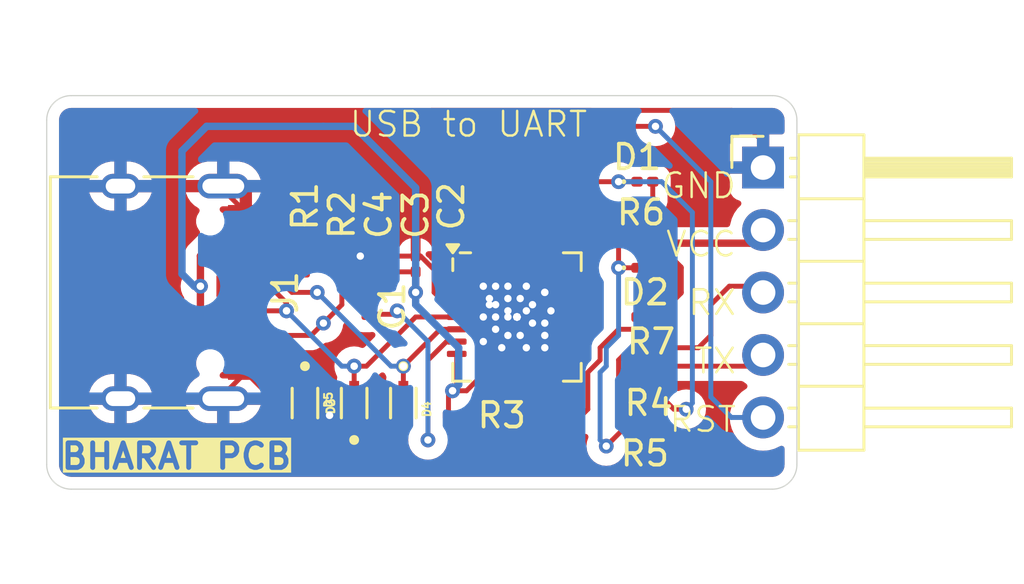
<source format=kicad_pcb>
(kicad_pcb (version 20240108) (generator "pcbnew") (generator_version "8.0")
  (layers (0 "F.Cu" signal) (31 "B.Cu" signal) (34 "B.Paste" user) (35 "F.Paste" user) (36 "B.SilkS" user "B.Silkscreen") (37 "F.SilkS" user "F.Silkscreen") (38 "B.Mask" user) (39 "F.Mask" user) (44 "Edge.Cuts" user))
  (net 0 "")
  (net 1 "Net-(U1-VDD)")
  (net 2 "GND")
  (net 3 "Net-(U1-~{DTR})")
  (net 4 "/RST")
  (net 5 "/VBUS")
  (net 6 "Net-(D1-A)")
  (net 7 "Net-(D1-K)")
  (net 8 "Net-(D2-A)")
  (net 9 "Net-(D2-K)")
  (net 10 "/D+")
  (net 11 "/D-")
  (net 13 "Net-(J1-CC2)")
  (net 14 "Net-(J1-CC1)")
  (net 16 "/RX")
  (net 17 "/TX")
  (net 18 "Net-(U1-~{RST})")
  (footprint "Capacitor_SMD:C_0201_0603Metric" (layer "F.Cu") (at 116.5 89.345 90)
    (property "Reference" "C3" (at 2 0 90) (layer "F.SilkS"))
    (property "Value" "100nF")
    (pad "1" smd roundrect (at -0.32 0 90) (size 0.46 0.4) (layers "F.Cu" "F.Mask") (net 5 "/VBUS"))
    (pad "2" smd roundrect (at 0.32 0 90) (size 0.46 0.4) (layers "F.Cu" "F.Mask") (net 2 "GND"))
  )
  (footprint "LED_SMD:LED_0201_0603Metric" (layer "F.Cu") (at 125.82 86)
    (property "Reference" "D1" (at -0.32 -1 0) (layer "F.SilkS"))
    (property "Value" "LED")
    (fp_circle (center -0.86 0) (end -0.81 0) (stroke (width 0.1)) (fill none) (layer "F.SilkS"))
    (pad "1" smd roundrect (at -0.32 0) (size 0.46 0.4) (layers "F.Cu" "F.Mask") (net 7 "Net-(D1-K)"))
    (pad "2" smd roundrect (at 0.32 0) (size 0.46 0.4) (layers "F.Cu" "F.Mask") (net 6 "Net-(D1-A)"))
  )
  (footprint "Resistor_SMD:R_0201_0603Metric" (layer "F.Cu") (at 125.82 93.5 180)
    (property "Reference" "R4" (at -0.155 -1.5 0) (layer "F.SilkS"))
    (property "Value" "1K")
    (pad "1" smd roundrect (at -0.32 0 180) (size 0.46 0.4) (layers "F.Cu" "F.Mask") (net 17 "/TX"))
    (pad "2" smd roundrect (at 0.32 0 180) (size 0.46 0.4) (layers "F.Cu" "F.Mask") (net 7 "Net-(D1-K)"))
  )
  (footprint "Package_DFN_QFN:QFN-28-1EP_5x5mm_P0.5mm_EP3.35x3.35mm" (layer "F.Cu") (at 120.62 91.5)
    (property "Reference" "U1" (hide yes))
    (property "Value" "CP2102N-Axx-xQFN28")
    (fp_line (start -2.61 -1.885) (end -2.61 -2.37) (stroke (width 0.12)) (layer "F.SilkS"))
    (fp_line (start -2.61 2.61) (end -2.61 1.885) (stroke (width 0.12)) (layer "F.SilkS"))
    (fp_line (start -1.885 -2.61) (end -2.31 -2.61) (stroke (width 0.12)) (layer "F.SilkS"))
    (fp_line (start -1.885 2.61) (end -2.61 2.61) (stroke (width 0.12)) (layer "F.SilkS"))
    (fp_line (start 1.885 -2.61) (end 2.61 -2.61) (stroke (width 0.12)) (layer "F.SilkS"))
    (fp_line (start 1.885 2.61) (end 2.61 2.61) (stroke (width 0.12)) (layer "F.SilkS"))
    (fp_line (start 2.61 -2.61) (end 2.61 -1.885) (stroke (width 0.12)) (layer "F.SilkS"))
    (fp_line (start 2.61 2.61) (end 2.61 1.885) (stroke (width 0.12)) (layer "F.SilkS"))
    (fp_poly (pts (xy -2.61 -2.61) (xy -2.85 -2.94) (xy -2.37 -2.94) (xy -2.61 -2.61)) (stroke (width 0.12)) (fill solid) (layer "F.SilkS"))
    (pad "1" smd roundrect (at -2.45 -1.5) (size 0.8 0.25) (layers "F.Cu" "F.Paste" "F.Mask"))
    (pad "2" smd roundrect (at -2.45 -1) (size 0.8 0.25) (layers "F.Cu" "F.Paste" "F.Mask"))
    (pad "3" smd roundrect (at -2.45 -0.5) (size 0.8 0.25) (layers "F.Cu" "F.Paste" "F.Mask") (net 2 "GND"))
    (pad "4" smd roundrect (at -2.45 0) (size 0.8 0.25) (layers "F.Cu" "F.Paste" "F.Mask") (net 10 "/D+"))
    (pad "5" smd roundrect (at -2.45 0.5) (size 0.8 0.25) (layers "F.Cu" "F.Paste" "F.Mask") (net 11 "/D-"))
    (pad "6" smd roundrect (at -2.45 1) (size 0.8 0.25) (layers "F.Cu" "F.Paste" "F.Mask") (net 1 "Net-(U1-VDD)"))
    (pad "7" smd roundrect (at -2.45 1.5) (size 0.8 0.25) (layers "F.Cu" "F.Paste" "F.Mask") (net 5 "/VBUS"))
    (pad "8" smd roundrect (at -1.5 2.45) (size 0.25 0.8) (layers "F.Cu" "F.Paste" "F.Mask") (net 5 "/VBUS"))
    (pad "9" smd roundrect (at -1 2.45) (size 0.25 0.8) (layers "F.Cu" "F.Paste" "F.Mask") (net 18 "Net-(U1-~{RST})"))
    (pad "10" smd roundrect (at -0.5 2.45) (size 0.25 0.8) (layers "F.Cu" "F.Paste" "F.Mask"))
    (pad "11" smd roundrect (at 0 2.45) (size 0.25 0.8) (layers "F.Cu" "F.Paste" "F.Mask"))
    (pad "12" smd roundrect (at 0.5 2.45) (size 0.25 0.8) (layers "F.Cu" "F.Paste" "F.Mask"))
    (pad "13" smd roundrect (at 1 2.45) (size 0.25 0.8) (layers "F.Cu" "F.Paste" "F.Mask"))
    (pad "14" smd roundrect (at 1.5 2.45) (size 0.25 0.8) (layers "F.Cu" "F.Paste" "F.Mask"))
    (pad "15" smd roundrect (at 2.45 1.5) (size 0.8 0.25) (layers "F.Cu" "F.Paste" "F.Mask"))
    (pad "16" smd roundrect (at 2.45 1) (size 0.8 0.25) (layers "F.Cu" "F.Paste" "F.Mask"))
    (pad "17" smd roundrect (at 2.45 0.5) (size 0.8 0.25) (layers "F.Cu" "F.Paste" "F.Mask"))
    (pad "18" smd roundrect (at 2.45 0) (size 0.8 0.25) (layers "F.Cu" "F.Paste" "F.Mask"))
    (pad "19" smd roundrect (at 2.45 -0.5) (size 0.8 0.25) (layers "F.Cu" "F.Paste" "F.Mask"))
    (pad "20" smd roundrect (at 2.45 -1) (size 0.8 0.25) (layers "F.Cu" "F.Paste" "F.Mask"))
    (pad "21" smd roundrect (at 2.45 -1.5) (size 0.8 0.25) (layers "F.Cu" "F.Paste" "F.Mask"))
    (pad "22" smd roundrect (at 1.5 -2.45) (size 0.25 0.8) (layers "F.Cu" "F.Paste" "F.Mask"))
    (pad "23" smd roundrect (at 1 -2.45) (size 0.25 0.8) (layers "F.Cu" "F.Paste" "F.Mask"))
    (pad "24" smd roundrect (at 0.5 -2.45) (size 0.25 0.8) (layers "F.Cu" "F.Paste" "F.Mask"))
    (pad "25" smd roundrect (at 0 -2.45) (size 0.25 0.8) (layers "F.Cu" "F.Paste" "F.Mask") (net 9 "Net-(D2-K)"))
    (pad "26" smd roundrect (at -0.5 -2.45) (size 0.25 0.8) (layers "F.Cu" "F.Paste" "F.Mask") (net 7 "Net-(D1-K)"))
    (pad "27" smd roundrect (at -1 -2.45) (size 0.25 0.8) (layers "F.Cu" "F.Paste" "F.Mask"))
    (pad "28" smd roundrect (at -1.5 -2.45) (size 0.25 0.8) (layers "F.Cu" "F.Paste" "F.Mask") (net 3 "Net-(U1-~{DTR})"))
    (pad "29" smd rect (at 0 0) (size 3.35 3.35) (property pad_prop_heatsink) (layers "F.Cu" "F.Mask") (net 2 "GND"))
  )
  (footprint "LED_SMD:LED_0201_0603Metric" (layer "F.Cu") (at 125.82 89.5)
    (property "Reference" "D2" (at 0 1 0) (layer "F.SilkS"))
    (property "Value" "LED")
    (fp_circle (center -0.86 0) (end -0.81 0) (stroke (width 0.1)) (fill none) (layer "F.SilkS"))
    (pad "1" smd roundrect (at -0.32 0) (size 0.46 0.4) (layers "F.Cu" "F.Mask") (net 9 "Net-(D2-K)"))
    (pad "2" smd roundrect (at 0.32 0) (size 0.46 0.4) (layers "F.Cu" "F.Mask") (net 8 "Net-(D2-A)"))
  )
  (footprint "LESD5D5.0CT1G:TVS_LESD5D5.0CT1G" (layer "F.Cu") (at 114 95 90)
    (property "Reference" "D3" (at -0.134 -0.9532 90) (layer "F.SilkS") (effects (font (size 0.32 0.32))))
    (property "Value" "LESD5D5.0CT1G")
    (fp_line (start -0.6 -0.52) (end 0.6 -0.52) (stroke (width 0.127)) (layer "F.SilkS"))
    (fp_line (start 0.6 0.52) (end -0.6 0.52) (stroke (width 0.127)) (layer "F.SilkS"))
    (fp_circle (center -1.5 0) (end -1.4 0) (stroke (width 0.2)) (fill none) (layer "F.SilkS"))
    (pad "1" smd rect (at -0.66 0 90) (size 0.48 0.4) (layers "F.Cu" "F.Paste" "F.Mask") (net 2 "GND"))
    (pad "2" smd rect (at 0.66 0 90) (size 0.48 0.4) (layers "F.Cu" "F.Paste" "F.Mask") (net 10 "/D+"))
  )
  (footprint "LESD5D5.0CT1G:TVS_LESD5D5.0CT1G" (layer "F.Cu") (at 112 95 -90)
    (property "Reference" "D5" (at -0.134 -0.9532 90) (layer "F.SilkS") (effects (font (size 0.32 0.32))))
    (property "Value" "LESD5D5.0CT1G")
    (fp_line (start 0.6 0.52) (end -0.6 0.52) (stroke (width 0.127)) (layer "F.SilkS"))
    (fp_line (start -0.6 -0.52) (end 0.6 -0.52) (stroke (width 0.127)) (layer "F.SilkS"))
    (fp_circle (center -1.5 0) (end -1.4 0) (stroke (width 0.2)) (fill none) (layer "F.SilkS"))
    (pad "1" smd rect (at -0.66 0 270) (size 0.48 0.4) (layers "F.Cu" "F.Paste" "F.Mask") (net 5 "/VBUS"))
    (pad "2" smd rect (at 0.66 0 270) (size 0.48 0.4) (layers "F.Cu" "F.Paste" "F.Mask") (net 2 "GND"))
  )
  (footprint "Resistor_SMD:R_0201_0603Metric" (layer "F.Cu") (at 125.82 91.5 180)
    (property "Reference" "R7" (at -0.25 -1 360) (layer "F.SilkS"))
    (property "Value" "1K")
    (pad "1" smd roundrect (at -0.32 0 180) (size 0.46 0.4) (layers "F.Cu" "F.Mask") (net 5 "/VBUS"))
    (pad "2" smd roundrect (at 0.32 0 180) (size 0.46 0.4) (layers "F.Cu" "F.Mask") (net 8 "Net-(D2-A)"))
  )
  (footprint "Resistor_SMD:R_0201_0603Metric" (layer "F.Cu") (at 125.82 96 180)
    (property "Reference" "R5" (at 0 -1.05 0) (layer "F.SilkS"))
    (property "Value" "1K")
    (pad "1" smd roundrect (at -0.32 0 180) (size 0.46 0.4) (layers "F.Cu" "F.Mask") (net 16 "/RX"))
    (pad "2" smd roundrect (at 0.32 0 180) (size 0.46 0.4) (layers "F.Cu" "F.Mask") (net 9 "Net-(D2-K)"))
  )
  (footprint "LESD5D5.0CT1G:TVS_LESD5D5.0CT1G" (layer "F.Cu") (at 116 95 -90)
    (property "Reference" "D4" (at 0.25 -0.9532 90) (layer "F.SilkS") (effects (font (size 0.32 0.32))))
    (property "Value" "LESD5D5.0CT1G")
    (fp_line (start 0.6 0.52) (end -0.6 0.52) (stroke (width 0.127)) (layer "F.SilkS"))
    (fp_line (start -0.6 -0.52) (end 0.6 -0.52) (stroke (width 0.127)) (layer "F.SilkS"))
    (fp_circle (center -1.5 0) (end -1.4 0) (stroke (width 0.2)) (fill none) (layer "F.SilkS"))
    (pad "1" smd rect (at -0.66 0 270) (size 0.48 0.4) (layers "F.Cu" "F.Paste" "F.Mask") (net 11 "/D-"))
    (pad "2" smd rect (at 0.66 0 270) (size 0.48 0.4) (layers "F.Cu" "F.Paste" "F.Mask") (net 2 "GND"))
  )
  (footprint "Resistor_SMD:R_0201_0603Metric" (layer "F.Cu") (at 125.665 88.5 180)
    (property "Reference" "R6" (at 0 1.25 360) (layer "F.SilkS"))
    (property "Value" "1K")
    (pad "1" smd roundrect (at -0.32 0 180) (size 0.46 0.4) (layers "F.Cu" "F.Mask") (net 5 "/VBUS"))
    (pad "2" smd roundrect (at 0.32 0 180) (size 0.46 0.4) (layers "F.Cu" "F.Mask") (net 6 "Net-(D1-A)"))
  )
  (footprint "Capacitor_SMD:C_0201_0603Metric" (layer "F.Cu") (at 114.5 91.07 -90)
    (property "Reference" "C1" (at 0 -1.05 90) (layer "F.SilkS"))
    (property "Value" "100nF")
    (pad "1" smd roundrect (at -0.32 0 270) (size 0.46 0.4) (layers "F.Cu" "F.Mask") (net 2 "GND"))
    (pad "2" smd roundrect (at 0.32 0 270) (size 0.46 0.4) (layers "F.Cu" "F.Mask") (net 1 "Net-(U1-VDD)"))
  )
  (footprint "Capacitor_SMD:C_0201_0603Metric" (layer "F.Cu") (at 115 89.345 90)
    (property "Reference" "C4" (at 2 0 90) (layer "F.SilkS"))
    (property "Value" "100nF")
    (pad "1" smd roundrect (at -0.32 0 90) (size 0.46 0.4) (layers "F.Cu" "F.Mask") (net 5 "/VBUS"))
    (pad "2" smd roundrect (at 0.32 0 90) (size 0.46 0.4) (layers "F.Cu" "F.Mask") (net 2 "GND"))
  )
  (footprint "Connector_PinHeader_2.54mm:PinHeader_1x05_P2.54mm_Horizontal" (layer "F.Cu") (at 130.625 85.425)
    (property "Reference" "J2" (hide yes))
    (property "Value" "Conn_01x05_Pin")
    (fp_line (start -1.27 -1.27) (end 0 -1.27) (stroke (width 0.12)) (layer "F.SilkS"))
    (fp_line (start -1.27 0) (end -1.27 -1.27) (stroke (width 0.12)) (layer "F.SilkS"))
    (fp_line (start 1.042929 2.16) (end 1.44 2.16) (stroke (width 0.12)) (layer "F.SilkS"))
    (fp_line (start 1.042929 2.92) (end 1.44 2.92) (stroke (width 0.12)) (layer "F.SilkS"))
    (fp_line (start 1.042929 4.7) (end 1.44 4.7) (stroke (width 0.12)) (layer "F.SilkS"))
    (fp_line (start 1.042929 5.46) (end 1.44 5.46) (stroke (width 0.12)) (layer "F.SilkS"))
    (fp_line (start 1.042929 7.24) (end 1.44 7.24) (stroke (width 0.12)) (layer "F.SilkS"))
    (fp_line (start 1.042929 8) (end 1.44 8) (stroke (width 0.12)) (layer "F.SilkS"))
    (fp_line (start 1.042929 9.78) (end 1.44 9.78) (stroke (width 0.12)) (layer "F.SilkS"))
    (fp_line (start 1.042929 10.54) (end 1.44 10.54) (stroke (width 0.12)) (layer "F.SilkS"))
    (fp_line (start 1.11 -0.38) (end 1.44 -0.38) (stroke (width 0.12)) (layer "F.SilkS"))
    (fp_line (start 1.11 0.38) (end 1.44 0.38) (stroke (width 0.12)) (layer "F.SilkS"))
    (fp_line (start 1.44 -1.33) (end 1.44 11.49) (stroke (width 0.12)) (layer "F.SilkS"))
    (fp_line (start 1.44 1.27) (end 4.1 1.27) (stroke (width 0.12)) (layer "F.SilkS"))
    (fp_line (start 1.44 3.81) (end 4.1 3.81) (stroke (width 0.12)) (layer "F.SilkS"))
    (fp_line (start 1.44 6.35) (end 4.1 6.35) (stroke (width 0.12)) (layer "F.SilkS"))
    (fp_line (start 1.44 8.89) (end 4.1 8.89) (stroke (width 0.12)) (layer "F.SilkS"))
    (fp_line (start 1.44 11.49) (end 4.1 11.49) (stroke (width 0.12)) (layer "F.SilkS"))
    (fp_line (start 4.1 -1.33) (end 1.44 -1.33) (stroke (width 0.12)) (layer "F.SilkS"))
    (fp_line (start 4.1 -0.38) (end 10.1 -0.38) (stroke (width 0.12)) (layer "F.SilkS"))
    (fp_line (start 4.1 -0.32) (end 10.1 -0.32) (stroke (width 0.12)) (layer "F.SilkS"))
    (fp_line (start 4.1 -0.2) (end 10.1 -0.2) (stroke (width 0.12)) (layer "F.SilkS"))
    (fp_line (start 4.1 -0.08) (end 10.1 -0.08) (stroke (width 0.12)) (layer "F.SilkS"))
    (fp_line (start 4.1 0.04) (end 10.1 0.04) (stroke (width 0.12)) (layer "F.SilkS"))
    (fp_line (start 4.1 0.16) (end 10.1 0.16) (stroke (width 0.12)) (layer "F.SilkS"))
    (fp_line (start 4.1 0.28) (end 10.1 0.28) (stroke (width 0.12)) (layer "F.SilkS"))
    (fp_line (start 4.1 2.16) (end 10.1 2.16) (stroke (width 0.12)) (layer "F.SilkS"))
    (fp_line (start 4.1 4.7) (end 10.1 4.7) (stroke (width 0.12)) (layer "F.SilkS"))
    (fp_line (start 4.1 7.24) (end 10.1 7.24) (stroke (width 0.12)) (layer "F.SilkS"))
    (fp_line (start 4.1 9.78) (end 10.1 9.78) (stroke (width 0.12)) (layer "F.SilkS"))
    (fp_line (start 4.1 11.49) (end 4.1 -1.33) (stroke (width 0.12)) (layer "F.SilkS"))
    (fp_line (start 10.1 -0.38) (end 10.1 0.38) (stroke (width 0.12)) (layer "F.SilkS"))
    (fp_line (start 10.1 0.38) (end 4.1 0.38) (stroke (width 0.12)) (layer "F.SilkS"))
    (fp_line (start 10.1 2.16) (end 10.1 2.92) (stroke (width 0.12)) (layer "F.SilkS"))
    (fp_line (start 10.1 2.92) (end 4.1 2.92) (stroke (width 0.12)) (layer "F.SilkS"))
    (fp_line (start 10.1 4.7) (end 10.1 5.46) (stroke (width 0.12)) (layer "F.SilkS"))
    (fp_line (start 10.1 5.46) (end 4.1 5.46) (stroke (width 0.12)) (layer "F.SilkS"))
    (fp_line (start 10.1 7.24) (end 10.1 8) (stroke (width 0.12)) (layer "F.SilkS"))
    (fp_line (start 10.1 8) (end 4.1 8) (stroke (width 0.12)) (layer "F.SilkS"))
    (fp_line (start 10.1 9.78) (end 10.1 10.54) (stroke (width 0.12)) (layer "F.SilkS"))
    (fp_line (start 10.1 10.54) (end 4.1 10.54) (stroke (width 0.12)) (layer "F.SilkS"))
    (pad "1" thru_hole rect (at 0 0) (size 1.7 1.7) (drill 1) (layers "*.Cu" "*.Mask") (net 2 "GND"))
    (pad "2" thru_hole oval (at 0 2.54) (size 1.7 1.7) (drill 1) (layers "*.Cu" "*.Mask") (net 5 "/VBUS"))
    (pad "3" thru_hole oval (at 0 5.08) (size 1.7 1.7) (drill 1) (layers "*.Cu" "*.Mask") (net 16 "/RX"))
    (pad "4" thru_hole oval (at 0 7.62) (size 1.7 1.7) (drill 1) (layers "*.Cu" "*.Mask") (net 17 "/TX"))
    (pad "5" thru_hole oval (at 0 10.16) (size 1.7 1.7) (drill 1) (layers "*.Cu" "*.Mask") (net 4 "/RST"))
  )
  (footprint "Connector_USB:USB_C_Receptacle_HRO_TYPE-C-31-M-12" (layer "F.Cu") (at 105.55 90.5 -90)
    (property "Reference" "J1" (at 0 -5.645 90) (layer "F.SilkS"))
    (property "Value" "USB_C_Receptacle_USB2.0_16P")
    (fp_line (start -4.7 3.9) (end 4.7 3.9) (stroke (width 0.12)) (layer "F.SilkS"))
    (fp_line (start -4.7 2) (end -4.7 3.9) (stroke (width 0.12)) (layer "F.SilkS"))
    (fp_line (start 4.7 2) (end 4.7 3.9) (stroke (width 0.12)) (layer "F.SilkS"))
    (fp_line (start -4.7 -1.9) (end -4.7 0.1) (stroke (width 0.12)) (layer "F.SilkS"))
    (fp_line (start 4.7 -1.9) (end 4.7 0.1) (stroke (width 0.12)) (layer "F.SilkS"))
    (pad "" np_thru_hole circle (at -2.89 -2.6 270) (size 0.65 0.65) (drill 0.65) (layers "*.Cu" "*.Mask"))
    (pad "" np_thru_hole circle (at 2.89 -2.6 270) (size 0.65 0.65) (drill 0.65) (layers "*.Cu" "*.Mask"))
    (pad "A1" smd rect (at -3.25 -4.045 270) (size 0.6 1.45) (layers "F.Cu" "F.Paste" "F.Mask") (net 2 "GND"))
    (pad "A4" smd rect (at -2.45 -4.045 270) (size 0.6 1.45) (layers "F.Cu" "F.Paste" "F.Mask") (net 5 "/VBUS"))
    (pad "A5" smd rect (at -1.25 -4.045 270) (size 0.3 1.45) (layers "F.Cu" "F.Paste" "F.Mask") (net 14 "Net-(J1-CC1)"))
    (pad "A6" smd rect (at -0.25 -4.045 270) (size 0.3 1.45) (layers "F.Cu" "F.Paste" "F.Mask") (net 10 "/D+"))
    (pad "A7" smd rect (at 0.25 -4.045 270) (size 0.3 1.45) (layers "F.Cu" "F.Paste" "F.Mask") (net 11 "/D-"))
    (pad "A8" smd rect (at 1.25 -4.045 270) (size 0.3 1.45) (layers "F.Cu" "F.Paste" "F.Mask"))
    (pad "A9" smd rect (at 2.45 -4.045 270) (size 0.6 1.45) (layers "F.Cu" "F.Paste" "F.Mask") (net 5 "/VBUS"))
    (pad "A12" smd rect (at 3.25 -4.045 270) (size 0.6 1.45) (layers "F.Cu" "F.Paste" "F.Mask") (net 2 "GND"))
    (pad "B1" smd rect (at 3.25 -4.045 270) (size 0.6 1.45) (layers "F.Cu" "F.Paste" "F.Mask") (net 2 "GND"))
    (pad "B4" smd rect (at 2.45 -4.045 270) (size 0.6 1.45) (layers "F.Cu" "F.Paste" "F.Mask") (net 5 "/VBUS"))
    (pad "B5" smd rect (at 1.75 -4.045 270) (size 0.3 1.45) (layers "F.Cu" "F.Paste" "F.Mask") (net 13 "Net-(J1-CC2)"))
    (pad "B6" smd rect (at 0.75 -4.045 270) (size 0.3 1.45) (layers "F.Cu" "F.Paste" "F.Mask") (net 10 "/D+"))
    (pad "B7" smd rect (at -0.75 -4.045 270) (size 0.3 1.45) (layers "F.Cu" "F.Paste" "F.Mask") (net 11 "/D-"))
    (pad "B8" smd rect (at -1.75 -4.045 270) (size 0.3 1.45) (layers "F.Cu" "F.Paste" "F.Mask"))
    (pad "B9" smd rect (at -2.45 -4.045 270) (size 0.6 1.45) (layers "F.Cu" "F.Paste" "F.Mask") (net 5 "/VBUS"))
    (pad "B12" smd rect (at -3.25 -4.045 270) (size 0.6 1.45) (layers "F.Cu" "F.Paste" "F.Mask") (net 2 "GND"))
    (pad "S1" thru_hole oval (at -4.32 -3.13 270) (size 1 2.1) (drill oval 0.6 1.7) (layers "*.Cu" "*.Mask") (net 2 "GND"))
    (pad "S1" thru_hole oval (at -4.32 1.05 270) (size 1 1.6) (drill oval 0.6 1.2) (layers "*.Cu" "*.Mask") (net 2 "GND"))
    (pad "S1" thru_hole oval (at 4.32 -3.13 270) (size 1 2.1) (drill oval 0.6 1.7) (layers "*.Cu" "*.Mask") (net 2 "GND"))
    (pad "S1" thru_hole oval (at 4.32 1.05 270) (size 1 1.6) (drill oval 0.6 1.2) (layers "*.Cu" "*.Mask") (net 2 "GND"))
  )
  (footprint "Resistor_SMD:R_0201_0603Metric" (layer "F.Cu") (at 118.155 95.5)
    (property "Reference" "R3" (at 1.845 0 0) (layer "F.SilkS"))
    (property "Value" "10K")
    (pad "1" smd roundrect (at -0.32 0) (size 0.46 0.4) (layers "F.Cu" "F.Mask") (net 5 "/VBUS"))
    (pad "2" smd roundrect (at 0.32 0) (size 0.46 0.4) (layers "F.Cu" "F.Mask") (net 18 "Net-(U1-~{RST})"))
  )
  (footprint "Resistor_SMD:R_0201_0603Metric" (layer "F.Cu") (at 113.5 89.345 90)
    (property "Reference" "R2" (at 2 0 90) (layer "F.SilkS"))
    (property "Value" "5.1K")
    (pad "1" smd roundrect (at -0.32 0 90) (size 0.46 0.4) (layers "F.Cu" "F.Mask") (net 13 "Net-(J1-CC2)"))
    (pad "2" smd roundrect (at 0.32 0 90) (size 0.46 0.4) (layers "F.Cu" "F.Mask") (net 2 "GND"))
  )
  (footprint "Resistor_SMD:R_0201_0603Metric" (layer "F.Cu") (at 112 89.345 90)
    (property "Reference" "R1" (at 2.345 0 90) (layer "F.SilkS"))
    (property "Value" "5.1K")
    (pad "1" smd roundrect (at -0.32 0 90) (size 0.46 0.4) (layers "F.Cu" "F.Mask") (net 14 "Net-(J1-CC1)"))
    (pad "2" smd roundrect (at 0.32 0 90) (size 0.46 0.4) (layers "F.Cu" "F.Mask") (net 2 "GND"))
  )
  (footprint "Capacitor_SMD:C_0201_0603Metric" (layer "F.Cu") (at 119 87 90)
    (property "Reference" "C2" (at 0 -1.05 90) (layer "F.SilkS"))
    (property "Value" "100nF")
    (pad "1" smd roundrect (at -0.32 0 90) (size 0.46 0.4) (layers "F.Cu" "F.Mask") (net 3 "Net-(U1-~{DTR})"))
    (pad "2" smd roundrect (at 0.32 0 90) (size 0.46 0.4) (layers "F.Cu" "F.Mask") (net 4 "/RST"))
  )
  (gr_line (start 102.5 98.5) (end 131 98.5) (stroke (width 0.05)) (layer "Edge.Cuts"))
  (gr_line (start 101.5 83.5) (end 101.5 97.5) (stroke (width 0.05)) (layer "Edge.Cuts"))
  (gr_arc (start 101.5 83.5) (mid 101.792893 82.792893) (end 102.5 82.5) (stroke (width 0.05)) (layer "Edge.Cuts"))
  (gr_arc (start 132 97.5) (mid 131.707107 98.207107) (end 131 98.5) (stroke (width 0.05)) (layer "Edge.Cuts"))
  (gr_line (start 132 97.5) (end 132 83.5) (stroke (width 0.05)) (layer "Edge.Cuts"))
  (gr_arc (start 102.5 98.5) (mid 101.792893 98.207107) (end 101.5 97.5) (stroke (width 0.05)) (layer "Edge.Cuts"))
  (gr_arc (start 131 82.5) (mid 131.707107 82.792893) (end 132 83.5) (stroke (width 0.05)) (layer "Edge.Cuts"))
  (gr_line (start 102.5 82.5) (end 131 82.5) (stroke (width 0.05)) (layer "Edge.Cuts"))
  (gr_text "GND" (at 126.416667 86.75 0) (layer "F.SilkS") (effects (font (size 1 1) (thickness 0.1)) (justify left bottom)))
  (gr_text "RST" (at 126.75 96.25 0) (layer "F.SilkS") (effects (font (size 1 1) (thickness 0.1)) (justify left bottom)))
  (gr_text "VCC" (at 126.607143 89.125 0) (layer "F.SilkS") (effects (font (size 1 1) (thickness 0.1)) (justify left bottom)))
  (gr_text "BHARAT PCB" (at 102 97.75 0) (layer "F.SilkS" knockout) (effects (font (size 1 1) (thickness 0.2) (bold yes)) (justify left bottom)))
  (gr_text "TX" (at 127.75 93.875 0) (layer "F.SilkS") (effects (font (size 1 1) (thickness 0.1)) (justify left bottom)))
  (gr_text "USB to UART " (at 113.75 84.25 0) (layer "F.SilkS") (effects (font (size 1 1) (thickness 0.1)) (justify left bottom)))
  (gr_text "RX" (at 127.511905 91.5 0) (layer "F.SilkS") (effects (font (size 1 1) (thickness 0.1)) (justify left bottom)))
  (segment (start 115.61 91.39) (end 115.75 91.25) (width 0.2) (layer "F.Cu") (net 1))
  (segment (start 117.755614 92.5) (end 117 93.255614) (width 0.2) (layer "F.Cu") (net 1))
  (segment (start 118.17 92.5) (end 117.755614 92.5) (width 0.2) (layer "F.Cu") (net 1))
  (segment (start 114.5 91.39) (end 115.61 91.39) (width 0.2) (layer "F.Cu") (net 1))
  (segment (start 117 93.255614) (end 117 96.5) (width 0.2) (layer "F.Cu") (net 1))
  (via (at 115.75 91.25) (size 0.6) (drill 0.3) (layers "F.Cu" "B.Cu") (net 1))
  (via (at 117 96.5) (size 0.6) (drill 0.3) (layers "F.Cu" "B.Cu") (net 1))
  (segment (start 115.75 91.25) (end 117 92.5) (width 0.2) (layer "B.Cu") (net 1))
  (segment (start 117 92.5) (end 117 96.5) (width 0.2) (layer "B.Cu") (net 1))
  (segment (start 109.595 87.25) (end 110.5 87.25) (width 0.2) (layer "F.Cu") (net 2))
  (segment (start 116.25 86.5) (end 116.5 86.75) (width 0.2) (layer "F.Cu") (net 2))
  (segment (start 112.16 95.5) (end 112 95.66) (width 0.2) (layer "F.Cu") (net 2))
  (segment (start 108.68 86.18) (end 108.68 86.335) (width 0.2) (layer "F.Cu") (net 2))
  (segment (start 119.5 90.75) (end 119.75 91) (width 0.2) (layer "F.Cu") (net 2))
  (segment (start 117.25 90.5) (end 117.75 91) (width 0.2) (layer "F.Cu") (net 2))
  (segment (start 114 95.66) (end 116 95.66) (width 0.2) (layer "F.Cu") (net 2))
  (segment (start 108.68 94.82) (end 104.5 94.82) (width 0.2) (layer "F.Cu") (net 2))
  (segment (start 118.17 91) (end 119.5 91) (width 0.2) (layer "F.Cu") (net 2))
  (segment (start 108.68 86.18) (end 104.5 86.18) (width 0.2) (layer "F.Cu") (net 2))
  (segment (start 109.595 93.75) (end 111.505 95.66) (width 0.2) (layer "F.Cu") (net 2))
  (segment (start 114 95.66) (end 113.16 95.66) (width 0.2) (layer "F.Cu") (net 2))
  (segment (start 117.15 83.1) (end 116.25 84) (width 0.2) (layer "F.Cu") (net 2))
  (segment (start 113 95.5) (end 112.16 95.5) (width 0.2) (layer "F.Cu") (net 2))
  (segment (start 114.25 90.5) (end 114.5 90.75) (width 0.2) (layer "F.Cu") (net 2))
  (segment (start 114.25 89.025) (end 115 89.025) (width 0.2) (layer "F.Cu") (net 2))
  (segment (start 116.25 84) (end 116.25 86.5) (width 0.2) (layer "F.Cu") (net 2))
  (segment (start 112 89.025) (end 113.5 89.025) (width 0.2) (layer "F.Cu") (net 2))
  (segment (start 115 89.025) (end 116.5 89.025) (width 0.2) (layer "F.Cu") (net 2))
  (segment (start 108.68 86.335) (end 109.595 87.25) (width 0.2) (layer "F.Cu") (net 2))
  (segment (start 117.75 91) (end 118.17 91) (width 0.2) (layer "F.Cu") (net 2))
  (segment (start 130.625 85.425) (end 130.625 84.375) (width 0.2) (layer "F.Cu") (net 2))
  (segment (start 116.5 89.025) (end 116.699999 89.025) (width 0.2) (layer "F.Cu") (net 2))
  (segment (start 111.505 95.66) (end 112 95.66) (width 0.2) (layer "F.Cu") (net 2))
  (segment (start 112 88.75) (end 112 89.025) (width 0.2) (layer "F.Cu") (net 2))
  (segment (start 110.5 87.25) (end 112 88.75) (width 0.2) (layer "F.Cu") (net 2))
  (segment (start 119.5 91) (end 119.5 90.75) (width 0.2) (layer "F.Cu") (net 2))
  (segment (start 113.5 89.025) (end 114.25 89.025) (width 0.2) (layer "F.Cu") (net 2))
  (segment (start 108.68 94.82) (end 108.68 94.665) (width 0.2) (layer "F.Cu") (net 2))
  (segment (start 113.16 95.66) (end 113 95.5) (width 0.2) (layer "F.Cu") (net 2))
  (segment (start 129.35 83.1) (end 117.15 83.1) (width 0.2) (layer "F.Cu") (net 2))
  (segment (start 108.68 94.665) (end 109.595 93.75) (width 0.2) (layer "F.Cu") (net 2))
  (segment (start 116.699999 89.025) (end 117.25 89.575001) (width 0.2) (layer "F.Cu") (net 2))
  (segment (start 116.5 86.75) (end 116.5 89.025) (width 0.2) (layer "F.Cu") (net 2))
  (segment (start 117.25 89.575001) (end 117.25 90.5) (width 0.2) (layer "F.Cu") (net 2))
  (segment (start 114.25 89.025) (end 114.25 90.5) (width 0.2) (layer "F.Cu") (net 2))
  (segment (start 130.625 84.375) (end 129.35 83.1) (width 0.2) (layer "F.Cu") (net 2))
  (via (at 120.62 91.5) (size 0.6) (drill 0.3) (layers "F.Cu" "B.Cu") (net 2))
  (via (at 119.75 91.5) (size 0.6) (drill 0.3) (layers "F.Cu" "B.Cu") (net 2))
  (via (at 121.75 90.5) (size 0.6) (drill 0.3) (layers "F.Cu" "B.Cu") (net 2))
  (via (at 120.25 91.25) (size 0.6) (drill 0.3) (layers "F.Cu" "B.Cu") (net 2))
  (via (at 120.62 91.5) (size 0.6) (drill 0.3) (layers "F.Cu" "B.Cu") (net 2))
  (via (at 120.62 91.5) (size 0.6) (drill 0.3) (layers "F.Cu" "B.Cu") (net 2))
  (via (at 121.75 90.5) (size 0.6) (drill 0.3) (layers "F.Cu" "B.Cu") (net 2))
  (via (at 122 91.25) (size 0.6) (drill 0.3) (layers "F.Cu" "B.Cu") (net 2))
  (via (at 120.62 91.5) (size 0.6) (drill 0.3) (layers "F.Cu" "B.Cu") (net 2))
  (via (at 120.62 91.5) (size 0.6) (drill 0.3) (layers "F.Cu" "B.Cu") (net 2))
  (via (at 120.62 91.5) (size 0.6) (drill 0.3) (layers "F.Cu" "B.Cu") (net 2))
  (via (at 121.75 91.75) (size 0.6) (drill 0.3) (layers "F.Cu" "B.Cu") (net 2))
  (via (at 114.25 89.025) (size 0.6) (drill 0.3) (layers "F.Cu" "B.Cu") (net 2))
  (via (at 120.62 91.5) (size 0.6) (drill 0.3) (layers "F.Cu" "B.Cu") (net 2))
  (via (at 121.75 92.75) (size 0.6) (drill 0.3) (layers "F.Cu" "B.Cu") (net 2))
  (via (at 119.75 91) (size 0.6) (drill 0.3) (layers "F.Cu" "B.Cu") (net 2))
  (via (at 120.62 91.5) (size 0.6) (drill 0.3) (layers "F.Cu" "B.Cu") (net 2))
  (via (at 120.25 91.5) (size 0.6) (drill 0.3) (layers "F.Cu" "B.Cu") (net 2))
  (via (at 121 91.25) (size 0.6) (drill 0.3) (layers "F.Cu" "B.Cu") (net 2))
  (via (at 120.62 91.5) (size 0.6) (drill 0.3) (layers "F.Cu" "B.Cu") (net 2))
  (via (at 120.62 91.5) (size 0.6) (drill 0.3) (layers "F.Cu" "B.Cu") (net 2))
  (via (at 120.62 91.5) (size 0.6) (drill 0.3) (layers "F.Cu" "B.Cu") (net 2))
  (via (at 120.62 91.5) (size 0.6) (drill 0.3) (layers "F.Cu" "B.Cu") (net 2))
  (via (at 119.5 90.75) (size 0.6) (drill 0.3) (layers "F.Cu" "B.Cu") (net 2))
  (via (at 120.62 91.5) (size 0.6) (drill 0.3) (layers "F.Cu" "B.Cu") (net 2))
  (via (at 120.25 90.25) (size 0.6) (drill 0.3) (layers "F.Cu" "B.Cu") (net 2))
  (via (at 121 90.25) (size 0.6) (drill 0.3) (layers "F.Cu" "B.Cu") (net 2))
  (via (at 119.25 90.25) (size 0.6) (drill 0.3) (layers "F.Cu" "B.Cu") (net 2))
  (via (at 120.62 91.5) (size 0.6) (drill 0.3) (layers "F.Cu" "B.Cu") (net 2))
  (via (at 120.62 91.5) (size 0.6) (drill 0.3) (layers "F.Cu" "B.Cu") (net 2))
  (via (at 120.62 91.5) (size 0.6) (drill 0.3) (layers "F.Cu" "B.Cu") (net 2))
  (via (at 120.25 92.25) (size 0.6) (drill 0.3) (layers "F.Cu" "B.Cu") (net 2))
  (via (at 120.62 91.5) (size 0.6) (drill 0.3) (layers "F.Cu" "B.Cu") (net 2))
  (via (at 120.62 91.5) (size 0.6) (drill 0.3) (layers "F.Cu" "B.Cu") (net 2))
  (via (at 120.62 91.5) (size 0.6) (drill 0.3) (layers "F.Cu" "B.Cu") (net 2))
  (via (at 119.75 90.25) (size 0.6) (drill 0.3) (layers "F.Cu" "B.Cu") (net 2))
  (via (at 120.75 90.75) (size 0.6) (drill 0.3) (layers "F.Cu" "B.Cu") (net 2))
  (via (at 120.62 91.5) (size 0.6) (drill 0.3) (layers "F.Cu" "B.Cu") (net 2))
  (via (at 120.62 91.5) (size 0.6) (drill 0.3) (layers "F.Cu" "B.Cu") (net 2))
  (via (at 120.62 91.5) (size 0.6) (drill 0.3) (layers "F.Cu" "B.Cu") (net 2))
  (via (at 120.75 92.25) (size 0.6) (drill 0.3) (layers "F.Cu" "B.Cu") (net 2))
  (via (at 119.25 92.5) (size 0.6) (drill 0.3) (layers "F.Cu" "B.Cu") (net 2))
  (via (at 121.75 92.25) (size 0.6) (drill 0.3) (layers "F.Cu" "B.Cu") (net 2))
  (via (at 120.62 91.5) (size 0.6) (drill 0.3) (layers "F.Cu" "B.Cu") (net 2))
  (via (at 121.25 91) (size 0.6) (drill 0.3) (layers "F.Cu" "B.Cu") (net 2))
  (via (at 120.62 91.5) (size 0.6) (drill 0.3) (layers "F.Cu" "B.Cu") (net 2))
  (via (at 121.25 91.75) (size 0.6) (drill 0.3) (layers "F.Cu" "B.Cu") (net 2))
  (via (at 121 92.75) (size 0.6) (drill 0.3) (layers "F.Cu" "B.Cu") (net 2))
  (via (at 120.62 91.5) (size 0.6) (drill 0.3) (layers "F.Cu" "B.Cu") (net 2))
  (via (at 119.5 91) (size 0.6) (drill 0.3) (layers "F.Cu" "B.Cu") (net 2))
  (via (at 120.62 91.5) (size 0.6) (drill 0.3) (layers "F.Cu" "B.Cu") (net 2))
  (via (at 120.62 91.5) (size 0.6) (drill 0.3) (layers "F.Cu" "B.Cu") (net 2))
  (via (at 120.62 91.5) (size 0.6) (drill 0.3) (layers "F.Cu" "B.Cu") (net 2))
  (via (at 119.25 91.5) (size 0.6) (drill 0.3) (layers "F.Cu" "B.Cu") (net 2))
  (via (at 119.75 92) (size 0.6) (drill 0.3) (layers "F.Cu" "B.Cu") (net 2))
  (via (at 120.62 91.5) (size 0.6) (drill 0.3) (layers "F.Cu" "B.Cu") (net 2))
  (via (at 120.62 91.5) (size 0.6) (drill 0.3) (layers "F.Cu" "B.Cu") (net 2))
  (via (at 120.62 91.5) (size 0.6) (drill 0.3) (layers "F.Cu" "B.Cu") (net 2))
  (via (at 120.62 91.5) (size 0.6) (drill 0.3) (layers "F.Cu" "B.Cu") (net 2))
  (via (at 120.62 91.5) (size 0.6) (drill 0.3) (layers "F.Cu" "B.Cu") (net 2))
  (via (at 120.62 91.5) (size 0.6) (drill 0.3) (layers "F.Cu" "B.Cu") (net 2))
  (via (at 120.62 91.5) (size 0.6) (drill 0.3) (layers "F.Cu" "B.Cu") (net 2))
  (via (at 120.25 90.75) (size 0.6) (drill 0.3) (layers "F.Cu" "B.Cu") (net 2))
  (via (at 120.62 91.5) (size 0.6) (drill 0.3) (layers "F.Cu" "B.Cu") (net 2))
  (via (at 120.62 91.5) (size 0.6) (drill 0.3) (layers "F.Cu" "B.Cu") (net 2))
  (via (at 120.62 91.5) (size 0.6) (drill 0.3) (layers "F.Cu" "B.Cu") (net 2))
  (via (at 120.62 91.5) (size 0.6) (drill 0.3) (layers "F.Cu" "B.Cu") (net 2))
  (via (at 120.62 91.5) (size 0.6) (drill 0.3) (layers "F.Cu" "B.Cu") (net 2))
  (via (at 120 92.75) (size 0.6) (drill 0.3) (layers "F.Cu" "B.Cu") (net 2))
  (via (at 120.62 91.5) (size 0.6) (drill 0.3) (layers "F.Cu" "B.Cu") (net 2))
  (via (at 120.62 91.5) (size 0.6) (drill 0.3) (layers "F.Cu" "B.Cu") (net 2))
  (via (at 113 95.5) (size 0.6) (drill 0.3) (layers "F.Cu" "B.Cu") (net 2))
  (segment (start 112.5 95) (end 113 95.5) (width 0.2) (layer "B.Cu") (net 2))
  (segment (start 110.25 89.25) (end 110.25 94) (width 0.2) (layer "B.Cu") (net 2))
  (segment (start 110.475 89.025) (end 110.25 89.25) (width 0.2) (layer "B.Cu") (net 2))
  (segment (start 110.25 94) (end 111.25 95) (width 0.2) (layer "B.Cu") (net 2))
  (segment (start 114.25 89.025) (end 110.475 89.025) (width 0.2) (layer "B.Cu") (net 2))
  (segment (start 111.25 95) (end 112.5 95) (width 0.2) (layer "B.Cu") (net 2))
  (segment (start 119 87.32) (end 119 88.93) (width 0.2) (layer "F.Cu") (net 3))
  (segment (start 119 88.93) (end 119.12 89.05) (width 0.2) (layer "F.Cu") (net 3))
  (segment (start 119 86.68) (end 121.07 86.68) (width 0.2) (layer "F.Cu") (net 4))
  (segment (start 124 83.75) (end 126.25 83.75) (width 0.2) (layer "F.Cu") (net 4))
  (segment (start 121.07 86.68) (end 123.25 84.5) (width 0.2) (layer "F.Cu") (net 4))
  (segment (start 126.25 83.75) (end 126 83.75) (width 0.2) (layer "F.Cu") (net 4))
  (segment (start 123.25 84.5) (end 124 83.75) (width 0.2) (layer "F.Cu") (net 4))
  (via (at 126.25 83.75) (size 0.6) (drill 0.3) (layers "F.Cu" "B.Cu") (net 4))
  (segment (start 128.5 86) (end 128.5 94.75) (width 0.2) (layer "B.Cu") (net 4))
  (segment (start 126.25 83.75) (end 128.5 86) (width 0.2) (layer "B.Cu") (net 4))
  (segment (start 129.335 95.585) (end 130.625 95.585) (width 0.2) (layer "B.Cu") (net 4))
  (segment (start 128.5 94.75) (end 129.335 95.585) (width 0.2) (layer "B.Cu") (net 4))
  (segment (start 118.17 94.33) (end 118 94.5) (width 0.2) (layer "F.Cu") (net 5))
  (segment (start 124 92.75) (end 124.75 92) (width 0.2) (layer "F.Cu") (net 5))
  (segment (start 118.17 93) (end 118.17 94.33) (width 0.2) (layer "F.Cu") (net 5))
  (segment (start 116.5 90.5) (end 116.5 89.665) (width 0.3) (layer "F.Cu") (net 5))
  (segment (start 127.25 89.5) (end 127.25 90.5) (width 0.3) (layer "F.Cu") (net 5))
  (segment (start 119.12 93.95) (end 118.57 94.5) (width 0.2) (layer "F.Cu") (net 5))
  (segment (start 125.985 88.5) (end 130.09 88.5) (width 0.3) (layer "F.Cu") (net 5))
  (segment (start 110.61 92.95) (end 112 94.34) (width 0.3) (layer "F.Cu") (net 5))
  (segment (start 123.5 95.25) (end 123.5 93.75) (width 0.2) (layer "F.Cu") (net 5))
  (segment (start 109.595 92.95) (end 110.61 92.95) (width 0.3) (layer "F.Cu") (net 5))
  (segment (start 125.985 88.5) (end 126.25 88.5) (width 0.3) (layer "F.Cu") (net 5))
  (segment (start 126.14 91.699999) (end 126.14 91.5) (width 0.2) (layer "F.Cu") (net 5))
  (segment (start 117.835 95.699999) (end 118.135001 96) (width 0.2) (layer "F.Cu") (net 5))
  (segment (start 124 93.25) (end 124 92.75) (width 0.2) (layer "F.Cu") (net 5))
  (segment (start 109.595 92.95) (end 109.395 92.75) (width 0.3) (layer "F.Cu") (net 5))
  (segment (start 117.835 95.5) (end 117.835 94.665) (width 0.2) (layer "F.Cu") (net 5))
  (segment (start 107.75 90.25) (end 107.75 89.02) (width 0.3) (layer "F.Cu") (net 5))
  (segment (start 127.25 90.5) (end 126.25 91.5) (width 0.3) (layer "F.Cu") (net 5))
  (segment (start 126.25 91.5) (end 126.14 91.5) (width 0.3) (layer "F.Cu") (net 5))
  (segment (start 130.09 88.5) (end 130.625 87.965) (width 0.3) (layer "F.Cu") (net 5))
  (segment (start 108.52 92.75) (end 107.75 91.98) (width 0.3) (layer "F.Cu") (net 5))
  (segment (start 117.835 94.665) (end 118 94.5) (width 0.2) (layer "F.Cu") (net 5))
  (segment (start 108.52 88.25) (end 109.395 88.25) (width 0.3) (layer "F.Cu") (net 5))
  (segment (start 122.75 96) (end 123.5 95.25) (width 0.2) (layer "F.Cu") (net 5))
  (segment (start 107.75 89.02) (end 108.52 88.25) (width 0.3) (layer "F.Cu") (net 5))
  (segment (start 118.57 94.5) (end 118 94.5) (width 0.2) (layer "F.Cu") (net 5))
  (segment (start 126.25 88.5) (end 127.25 89.5) (width 0.3) (layer "F.Cu") (net 5))
  (segment (start 117.835 95.5) (end 117.835 95.699999) (width 0.2) (layer "F.Cu") (net 5))
  (segment (start 107.75 91.98) (end 107.75 90.25) (width 0.3) (layer "F.Cu") (net 5))
  (segment (start 118.135001 96) (end 122.75 96) (width 0.2) (layer "F.Cu") (net 5))
  (segment (start 123.5 93.75) (end 124 93.25) (width 0.2) (layer "F.Cu") (net 5))
  (segment (start 109.395 88.25) (end 109.595 88.05) (width 0.3) (layer "F.Cu") (net 5))
  (segment (start 115 89.665) (end 116.5 89.665) (width 0.2) (layer "F.Cu") (net 5))
  (segment (start 124.75 92) (end 125.839999 92) (width 0.2) (layer "F.Cu") (net 5))
  (segment (start 125.839999 92) (end 126.14 91.699999) (width 0.2) (layer "F.Cu") (net 5))
  (segment (start 109.395 92.75) (end 108.52 92.75) (width 0.3) (layer "F.Cu") (net 5))
  (via (at 118 94.5) (size 0.6) (drill 0.3) (layers "F.Cu" "B.Cu") (net 5))
  (via (at 118 94.5) (size 0.6) (drill 0.3) (layers "F.Cu" "B.Cu") (net 5))
  (via (at 107.75 90.25) (size 0.6) (drill 0.3) (layers "F.Cu" "B.Cu") (net 5))
  (via (at 116.5 90.5) (size 0.6) (drill 0.3) (layers "F.Cu" "B.Cu") (net 5))
  (via (at 107.75 90.25) (size 0.6) (drill 0.3) (layers "F.Cu" "B.Cu") (net 5))
  (segment (start 118.25 92.75) (end 118.25 94.25) (width 0.3) (layer "B.Cu") (net 5))
  (segment (start 114 83.75) (end 114.5 84.25) (width 0.3) (layer "B.Cu") (net 5))
  (segment (start 116.5 90.5) (end 116.5 91) (width 0.3) (layer "B.Cu") (net 5))
  (segment (start 107 89.75) (end 107 85) (width 0.3) (layer "B.Cu") (net 5))
  (segment (start 114.5 84.25) (end 116.5 86.25) (width 0.3) (layer "B.Cu") (net 5))
  (segment (start 107.5 90.25) (end 107 89.75) (width 0.3) (layer "B.Cu") (net 5))
  (segment (start 112.75 83.75) (end 114 83.75) (width 0.3) (layer "B.Cu") (net 5))
  (segment (start 116.5 86.25) (end 116.5 90.5) (width 0.3) (layer "B.Cu") (net 5))
  (segment (start 107 84.75) (end 107.5 84.25) (width 0.3) (layer "B.Cu") (net 5))
  (segment (start 107.5 84.25) (end 108 83.75) (width 0.3) (layer "B.Cu") (net 5))
  (segment (start 107 85) (end 107 84.75) (width 0.3) (layer "B.Cu") (net 5))
  (segment (start 108 83.75) (end 112.75 83.75) (width 0.3) (layer "B.Cu") (net 5))
  (segment (start 116.5 91) (end 118.25 92.75) (width 0.3) (layer "B.Cu") (net 5))
  (segment (start 107.75 90.25) (end 107.5 90.25) (width 0.3) (layer "B.Cu") (net 5))
  (segment (start 118.25 94.25) (end 118 94.5) (width 0.3) (layer "B.Cu") (net 5))
  (segment (start 126.14 86.75) (end 125.345 87.545) (width 0.2) (layer "F.Cu") (net 6))
  (segment (start 126.14 86) (end 126.14 86.75) (width 0.2) (layer "F.Cu") (net 6))
  (segment (start 125.345 87.545) (end 125.345 88.5) (width 0.2) (layer "F.Cu") (net 6))
  (segment (start 123 86.5) (end 123.5 86) (width 0.2) (layer "F.Cu") (net 7))
  (segment (start 125.5 93.75) (end 127 95.25) (width 0.2) (layer "F.Cu") (net 7))
  (segment (start 120.12 87.63) (end 120.25 87.5) (width 0.2) (layer "F.Cu") (net 7))
  (segment (start 120.12 89.05) (end 120.12 87.63) (width 0.2) (layer "F.Cu") (net 7))
  (segment (start 124.75 86) (end 125.5 86) (width 0.2) (layer "F.Cu") (net 7))
  (segment (start 120.75 87.25) (end 122.25 87.25) (width 0.2) (layer "F.Cu") (net 7))
  (segment (start 120.25 87.5) (end 120.5 87.25) (width 0.2) (layer "F.Cu") (net 7))
  (segment (start 120.5 87.25) (end 120.75 87.25) (width 0.2) (layer "F.Cu") (net 7))
  (segment (start 125.5 93.5) (end 125.5 93.75) (width 0.2) (layer "F.Cu") (net 7))
  (segment (start 123.5 86) (end 124.75 86) (width 0.2) (layer "F.Cu") (net 7))
  (segment (start 122.25 87.25) (end 123 86.5) (width 0.2) (layer "F.Cu") (net 7))
  (segment (start 127 95.25) (end 127.5 95.25) (width 0.2) (layer "F.Cu") (net 7))
  (via (at 124.75 86) (size 0.6) (drill 0.3) (layers "F.Cu" "B.Cu") (net 7))
  (via (at 127.5 95.25) (size 0.6) (drill 0.3) (layers "F.Cu" "B.Cu") (net 7))
  (segment (start 127.75 87.25) (end 127.75 95) (width 0.2) (layer "B.Cu") (net 7))
  (segment (start 124.75 86) (end 126.5 86) (width 0.2) (layer "B.Cu") (net 7))
  (segment (start 126.5 86) (end 127.75 87.25) (width 0.2) (layer "B.Cu") (net 7))
  (segment (start 127.75 95) (end 127.5 95.25) (width 0.2) (layer "B.Cu") (net 7))
  (segment (start 125.5 90.986396) (end 125.5 91.5) (width 0.2) (layer "F.Cu") (net 8))
  (segment (start 126.14 90.346396) (end 125.5 90.986396) (width 0.2) (layer "F.Cu") (net 8))
  (segment (start 126.14 89.5) (end 126.14 90.346396) (width 0.2) (layer "F.Cu") (net 8))
  (segment (start 120.62 88.13) (end 121 87.75) (width 0.2) (layer "F.Cu") (net 9))
  (segment (start 121 87.75) (end 124.25 87.75) (width 0.2) (layer "F.Cu") (net 9))
  (segment (start 125.5 96) (end 125 96) (width 0.2) (layer "F.Cu") (net 9))
  (segment (start 124.75 88.25) (end 124.75 89.5) (width 0.2) (layer "F.Cu") (net 9))
  (segment (start 124.25 87.75) (end 124.75 88.25) (width 0.2) (layer "F.Cu") (net 9))
  (segment (start 125.5 89.5) (end 124.75 89.5) (width 0.2) (layer "F.Cu") (net 9))
  (segment (start 125 96) (end 124.5 96.5) (width 0.2) (layer "F.Cu") (net 9))
  (segment (start 124.5 96.5) (end 124.25 96.75) (width 0.2) (layer "F.Cu") (net 9))
  (segment (start 120.62 89.05) (end 120.62 88.13) (width 0.2) (layer "F.Cu") (net 9))
  (via (at 124.25 96.75) (size 0.6) (drill 0.3) (layers "F.Cu" "B.Cu") (net 9))
  (via (at 124.75 89.5) (size 0.6) (drill 0.3) (layers "F.Cu" "B.Cu") (net 9))
  (segment (start 124.25 92.75) (end 124.25 93.5) (width 0.2) (layer "B.Cu") (net 9))
  (segment (start 124 93.75) (end 124 96.5) (width 0.2) (layer "B.Cu") (net 9))
  (segment (start 124.75 89.5) (end 124.75 92.25) (width 0.2) (layer "B.Cu") (net 9))
  (segment (start 124.25 93.5) (end 124 93.75) (width 0.2) (layer "B.Cu") (net 9))
  (segment (start 124 96.5) (end 124.25 96.75) (width 0.2) (layer "B.Cu") (net 9))
  (segment (start 124.75 92.25) (end 124.25 92.75) (width 0.2) (layer "B.Cu") (net 9))
  (segment (start 114 93.5) (end 114.5 93.5) (width 0.2) (layer "F.Cu") (net 10))
  (segment (start 116.5 91.5) (end 118.17 91.5) (width 0.2) (layer "F.Cu") (net 10))
  (segment (start 111.25 90.93) (end 111.25 91.25) (width 0.2) (layer "F.Cu") (net 10))
  (segment (start 114.5 93.5) (end 116.5 91.5) (width 0.2) (layer "F.Cu") (net 10))
  (segment (start 109.595 91.25) (end 111.25 91.25) (width 0.2) (layer "F.Cu") (net 10))
  (segment (start 114 94.34) (end 114 93.5) (width 0.2) (layer "F.Cu") (net 10))
  (segment (start 109.595 90.25) (end 110.57 90.25) (width 0.2) (layer "F.Cu") (net 10))
  (segment (start 110.57 90.25) (end 111.25 90.93) (width 0.2) (layer "F.Cu") (net 10))
  (via (at 111.25 91.25) (size 0.6) (drill 0.3) (layers "F.Cu" "B.Cu") (net 10))
  (via (at 111.25 91.25) (size 0.6) (drill 0.3) (layers "F.Cu" "B.Cu") (net 10))
  (via (at 114 93.5) (size 0.6) (drill 0.3) (layers "F.Cu" "B.Cu") (net 10))
  (via (at 114 93.5) (size 0.6) (drill 0.3) (layers "F.Cu" "B.Cu") (net 10))
  (segment (start 113.5 93.5) (end 114 93.5) (width 0.2) (layer "B.Cu") (net 10))
  (segment (start 111.25 91.25) (end 113.5 93.5) (width 0.2) (layer "B.Cu") (net 10))
  (segment (start 108.5 90.63) (end 108.62 90.75) (width 0.2) (layer "F.Cu") (net 11))
  (segment (start 116 93.5) (end 117.5 92) (width 0.2) (layer "F.Cu") (net 11))
  (segment (start 117.5 92) (end 118.17 92) (width 0.2) (layer "F.Cu") (net 11))
  (segment (start 109.595 89.75) (end 110.72 89.75) (width 0.2) (layer "F.Cu") (net 11))
  (segment (start 110.72 89.75) (end 111.47 90.5) (width 0.2) (layer "F.Cu") (net 11))
  (segment (start 116 94.34) (end 116 93.5) (width 0.2) (layer "F.Cu") (net 11))
  (segment (start 108.62 89.75) (end 108.5 89.87) (width 0.2) (layer "F.Cu") (net 11))
  (segment (start 108.5 89.87) (end 108.5 90.63) (width 0.2) (layer "F.Cu") (net 11))
  (segment (start 111.47 90.5) (end 112.5 90.5) (width 0.2) (layer "F.Cu") (net 11))
  (segment (start 109.595 89.75) (end 108.62 89.75) (width 0.2) (layer "F.Cu") (net 11))
  (segment (start 108.62 90.75) (end 109.595 90.75) (width 0.2) (layer "F.Cu") (net 11))
  (via (at 116 93.5) (size 0.6) (drill 0.3) (layers "F.Cu" "B.Cu") (net 11))
  (via (at 116 93.5) (size 0.6) (drill 0.3) (layers "F.Cu" "B.Cu") (net 11))
  (via (at 112.5 90.5) (size 0.6) (drill 0.3) (layers "F.Cu" "B.Cu") (net 11))
  (segment (start 115.5 93.5) (end 116 93.5) (width 0.2) (layer "B.Cu") (net 11))
  (segment (start 112.5 90.5) (end 115.5 93.5) (width 0.2) (layer "B.Cu") (net 11))
  (segment (start 112.25 92.25) (end 112.75 91.75) (width 0.2) (layer "F.Cu") (net 13))
  (segment (start 113.5 89.665) (end 113.5 91) (width 0.2) (layer "F.Cu") (net 13))
  (segment (start 111.5 92.25) (end 112.25 92.25) (width 0.2) (layer "F.Cu") (net 13))
  (segment (start 109.595 92.25) (end 111.5 92.25) (width 0.2) (layer "F.Cu") (net 13))
  (segment (start 113.5 91) (end 112.75 91.75) (width 0.2) (layer "F.Cu") (net 13))
  (via (at 112.75 91.75) (size 0.6) (drill 0.3) (layers "F.Cu" "B.Cu") (net 13))
  (segment (start 109.595 89.25) (end 111.426544 89.25) (width 0.2) (layer "F.Cu") (net 14))
  (segment (start 111.426544 89.25) (end 111.841544 89.665) (width 0.2) (layer "F.Cu") (net 14))
  (segment (start 111.841544 89.665) (end 112 89.665) (width 0.2) (layer "F.Cu") (net 14))
  (segment (start 125.25 95.5) (end 124.75 95) (width 0.2) (layer "F.Cu") (net 16))
  (segment (start 130.37 90.25) (end 130.625 90.505) (width 0.2) (layer "F.Cu") (net 16))
  (segment (start 124.75 93.25) (end 125.25 92.75) (width 0.2) (layer "F.Cu") (net 16))
  (segment (start 126.14 96) (end 126.14 95.64) (width 0.2) (layer "F.Cu") (net 16))
  (segment (start 128.5 91) (end 129.25 90.25) (width 0.2) (layer "F.Cu") (net 16))
  (segment (start 126.14 95.64) (end 126 95.5) (width 0.2) (layer "F.Cu") (net 16))
  (segment (start 125.25 92.75) (end 128 92.75) (width 0.2) (layer "F.Cu") (net 16))
  (segment (start 128 92.75) (end 128.5 92.25) (width 0.2) (layer "F.Cu") (net 16))
  (segment (start 126 95.5) (end 125.25 95.5) (width 0.2) (layer "F.Cu") (net 16))
  (segment (start 124.75 95) (end 124.75 93.25) (width 0.2) (layer "F.Cu") (net 16))
  (segment (start 128.5 92.25) (end 128.5 91) (width 0.2) (layer "F.Cu") (net 16))
  (segment (start 129.25 90.25) (end 130.37 90.25) (width 0.2) (layer "F.Cu") (net 16))
  (segment (start 126.14 93.5) (end 130.17 93.5) (width 0.2) (layer "F.Cu") (net 17))
  (segment (start 130.17 93.5) (end 130.625 93.045) (width 0.2) (layer "F.Cu") (net 17))
  (segment (start 119.62 93.95) (end 119.62 94.584999) (width 0.2) (layer "F.Cu") (net 18))
  (segment (start 119.62 94.584999) (end 118.704999 95.5) (width 0.2) (layer "F.Cu") (net 18))
  (segment (start 118.704999 95.5) (end 118.475 95.5) (width 0.2) (layer "F.Cu") (net 18))
  (zone (net 2) (net_name "GND") (layers "F&B.Cu") (connect_pads (clearance 0.5)) (min_thickness 0.25) (fill yes (thermal_gap 0.5) (thermal_bridge_width 0.5))
    (polygon (pts (xy 101.25 82.5) (xy 132.5 82.5) (xy 132.5 98.75) (xy 101.25 98.75)))
  )
)
</source>
